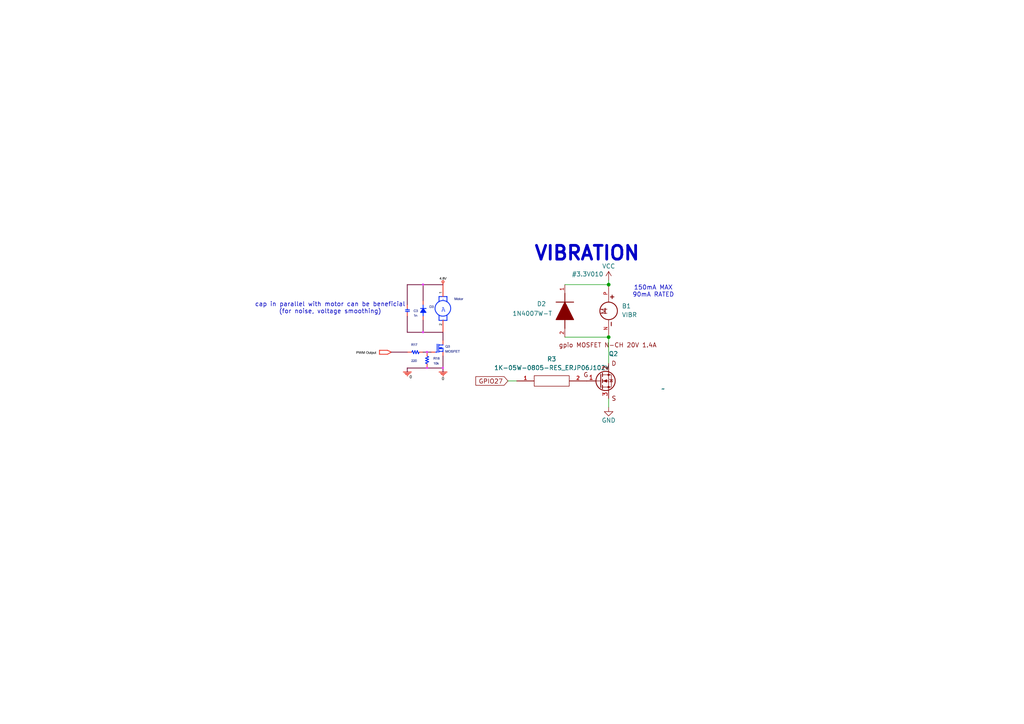
<source format=kicad_sch>
(kicad_sch (version 20250114) (generator "eeschema") (generator_version "9.0")
  (paper "A4")
  (lib_symbols
    (symbol "SPIRIT-components:1K-05W-0805-RES_ERJP06J102V" (pin_names (offset 1.016))
      (property "Reference" "R" (at -7.624 2.541 0))
      (property "Value" "1K-05W-0805-RES_ERJP06J102V" (at -7.624 -5.087 0))
      (symbol "1K-05W-0805-RES_ERJP06J102V_0_0"
        (pin passive line (at -10.16 0 0) (length 5.08) (name "~") (number "1"))
        (pin passive line (at 10.16 0 180) (length 5.08) (name "~") (number "2"))
      )
      (symbol "1K-05W-0805-RES_ERJP06J102V_0_1"
        (rectangle (start -5.08 1.524) (end 5.08 -1.524))
      )
    )
    (symbol "SPIRIT-components:1N4007W-T" (pin_names (offset 1.016))
      (property "Reference" "D" (at 11.43 5.08 0))
      (property "Value" "1N4007W-T" (at 11.43 2.54 0))
      (symbol "1N4007W-T_0_0"
        (polyline (pts (xy 2.54 0) (xy 5.08 0)) (stroke (width 0.254)))
        (polyline (pts (xy 5.08 2.54) (xy 5.08 -2.54)) (stroke (width 0.254)))
        (polyline (pts (xy 5.08 0) (xy 10.16 2.54) (xy 10.16 -2.54) (xy 5.08 0)) (stroke (width 0.254)) (fill (type outline)))
        (polyline (pts (xy 10.16 0) (xy 12.7 0)) (stroke (width 0.254)))
        (pin bidirectional line (at 0 0 0) (length 2.54) (name "~") (number "1"))
        (pin bidirectional line (at 15.24 0 180) (length 2.54) (name "~") (number "2"))
      )
    )
    (symbol "SPIRIT-components:VIBR" (pin_names (offset 1.016))
      (property "Reference" "B" (at 3.81 -2.54 0))
      (property "Value" "VIBR" (at -2.54 3.81 0))
      (symbol "VIBR_0_0"
        (polyline (pts (xy -4.572 1.016) (xy -3.556 1.016)) (stroke (width 0.254)))
        (polyline (pts (xy -4.064 1.524) (xy -4.064 0.508)) (stroke (width 0.254)))
        (polyline (pts (xy -0.762 -1.016) (xy 0.762 -1.016)) (stroke (width 0.254)))
        (circle (center 0 0) (radius 2.54) (stroke (width 0.254)))
        (polyline (pts (xy 3.302 0.762) (xy 4.318 0.762)) (stroke (width 0.254)))
        (text "M" (at -1.016 -0.254 0) (effects (font (size 1.778 1.778)) (justify left bottom)))
        (pin passive line (at -7.62 0 0) (length 5.08) (name "~") (number "P"))
        (pin passive line (at 7.62 0 180) (length 5.08) (name "~") (number "N"))
      )
    )
    (symbol "SPIRIT-components:gpio-driver-transistor-BSS816NWH6327XTSA1" (pin_names (hide yes))
      (property "Reference" "Q" (at -1.27 3.048 0))
      (symbol "gpio-driver-transistor-BSS816NWH6327XTSA1_0_1"
        (polyline (pts (xy -2.286 -1.905) (xy -2.286 -5.715)) (stroke (width 0.254)))
        (polyline (pts (xy -2.286 -3.81) (xy -3.556 -3.81)))
        (polyline (pts (xy -1.778 -1.524) (xy -1.778 -2.54)) (stroke (width 0.254)))
        (polyline (pts (xy -1.778 -3.302) (xy -1.778 -4.318)) (stroke (width 0.254)))
        (polyline (pts (xy -1.778 -5.08) (xy -1.778 -6.096)) (stroke (width 0.254)))
        (polyline (pts (xy -1.778 -5.588) (xy 0.762 -5.588) (xy 0.762 -2.032) (xy -1.778 -2.032)))
        (polyline (pts (xy -1.524 -3.81) (xy -0.508 -3.429) (xy -0.508 -4.191) (xy -1.524 -3.81)) (fill (type outline)))
        (circle (center -0.889 -3.81) (radius 2.794) (stroke (width 0.254)))
        (polyline (pts (xy 0 -1.016) (xy 0 -4.318)))
        (circle (center 0 -2.032) (radius 0.254) (fill (type outline)))
        (circle (center 0 -5.588) (radius 0.254) (fill (type outline)))
        (polyline (pts (xy 0 -6.35) (xy 0 -3.81) (xy -1.778 -3.81)))
        (polyline (pts (xy 0.254 -3.302) (xy 0.381 -3.429) (xy 1.143 -3.429) (xy 1.27 -3.556)))
        (polyline (pts (xy 0.762 -3.429) (xy 0.381 -4.064) (xy 1.143 -4.064) (xy 0.762 -3.429)))
      )
      (symbol "gpio-driver-transistor-BSS816NWH6327XTSA1_1_1"
        (text "G" (at -6.604 -2.032 0) (effects (font (size 1.27 1.27))))
        (text "gpio MOSFET N-CH 20V 1.4A" (at -0.254 6.604 0) (effects (font (size 1.27 1.27))))
        (text "D" (at 1.524 1.27 0) (effects (font (size 1.27 1.27))))
        (text "S" (at 1.524 -8.89 0) (effects (font (size 1.27 1.27))))
        (pin input line (at -6.35 -3.81 0) (length 2.54) (name "G") (number "1"))
        (pin output line (at 0 1.27 270) (length 2.54) (name "D") (number "2"))
        (pin input line (at 0 -8.89 90) (length 2.54) (name "S") (number "3"))
      )
    )
    (symbol "power:GND" (power) (pin_names (offset 0))
      (property "Value" "GND" (at 0 -3.81 0))
      (symbol "GND_0_1"
        (polyline (pts (xy 0 0) (xy 0 -1.27) (xy 1.27 -1.27) (xy 0 -2.54) (xy -1.27 -1.27) (xy 0 -1.27)))
      )
      (symbol "GND_1_1"
        (pin power_in line (at 0 0 270) (length 0) (hide yes) (name "GND") (number "1"))
      )
    )
    (symbol "power:VCC" (power) (pin_names (offset 0))
      (property "Value" "VCC" (at 0 3.81 0))
      (symbol "VCC_0_1"
        (polyline (pts (xy -0.762 1.27) (xy 0 2.54)))
        (polyline (pts (xy 0 2.54) (xy 0.762 1.27)))
        (polyline (pts (xy 0 0) (xy 0 2.54)))
      )
      (symbol "VCC_1_1"
        (pin power_in line (at 0 0 90) (length 0) (hide yes) (name "VCC") (number "1"))
      )
    )
  )
  (text "VIBRATION\n" (at 154.686 75.946 0) (effects (font (size 4 4) (thickness 0.8) (bold yes)) (justify left bottom)))
  (text "150mA MAX\n90mA RATED" (at 189.484 84.582 0) (effects (font (size 1.27 1.27))))
  (text "cap in parallel with motor can be beneficial\n(for noise, voltage smoothing)" (at 95.758 89.408 0) (effects (font (size 1.27 1.27))))
  (junction (at 176.53 97.79))
  (junction (at 176.53 82.55))
  (wire (pts (xy 163.83 97.79) (xy 176.53 97.79)))
  (wire (pts (xy 147.32 110.49) (xy 149.86 110.49)))
  (wire (pts (xy 176.53 105.41) (xy 176.53 97.79)))
  (wire (pts (xy 176.53 115.57) (xy 176.53 118.11)))
  (wire (pts (xy 176.53 81.28) (xy 176.53 82.55)))
  (wire (pts (xy 163.83 82.55) (xy 176.53 82.55)))
  (image (at 118.618 93.726))
  (global_label "GPIO27" (shape input) (at 147.32 110.49 180) (property "Intersheetrefs" "${INTERSHEET_REFS}" (effects (hide yes))))
  (symbol (lib_id "power:GND") (at 176.53 118.11 0) (unit 1)
    (property "Reference" "#PWR03" (effects (hide yes)))
    (property "Value" "GND" (at 176.53 121.92 0))
  )
  (symbol (lib_id "SPIRIT-components:1N4007W-T") (at 163.83 82.55 270) (unit 1)
    (property "Reference" "D2" (at 155.702 88.138 90) (effects (justify left)))
    (property "Value" "1N4007W-T" (at 148.59 90.932 90) (effects (justify left)))
    (property "Footprint" "SPIRIT-footprints:flyback-diode-SODFL3818X130N" (effects (hide yes)))
    (property "Manufacturer_Name" "Rectron" (effects (hide yes)))
    (property "MF" "EIC" (effects (hide yes)))
    (property "Mouser_Price-Stock" "https://www.mouser.co.uk/ProductDetail/Rectron/1N4007W-T?qs=QNEnbhJQKvah3J4JbJr%2FPw%3D%3D" (effects (hide yes)))
    (property "Description_1" "STANDARD SOD123FL T/R 3000" (effects (hide yes)))
    (property "Mouser_Part_Number" "583-1N4007W-T" (effects (hide yes)))
    (property "Price" "None" (effects (hide yes)))
    (property "Package" "DO-214AA-214 EIC" (effects (hide yes)))
    (property "Check_prices" "https://www.snapeda.com/parts/1N4007W/EIC+Semiconductor/view-part/?ref=eda" (effects (hide yes)))
    (property "Height" "1.3mm" (effects (hide yes)))
    (property "SnapEDA_Link" "https://www.snapeda.com/parts/1N4007W/EIC+Semiconductor/view-part/?ref=snap" (effects (hide yes)))
    (property "MP" "1N4007W" (effects (hide yes)))
    (property "Availability" "In Stock" (effects (hide yes)))
    (property "Manufacturer_Part_Number" "1N4007W-T" (effects (hide yes)))
  )
  (symbol (lib_id "SPIRIT-components:1K-05W-0805-RES_ERJP06J102V") (at 160.02 110.49 0) (unit 1)
    (property "Reference" "R3" (at 160.02 104.14 0))
    (property "Value" "1K-05W-0805-RES_ERJP06J102V" (at 160.02 106.68 0))
    (property "Footprint" "SPIRIT-footprints:1K-05W-0805-RES_ERJP06J102V" (effects (hide yes)))
    (property "PARTREV" "3/1/2020" (effects (hide yes)))
    (property "STANDARD" "Manufacturer Recommendations" (effects (hide yes)))
    (property "MAXIMUM_PACKAGE_HEIGHT" "0.6 mm" (effects (hide yes)))
    (property "MANUFACTURER" "Panasonic" (effects (hide yes)))
  )
  (symbol (lib_id "power:VCC") (at 176.53 81.28 0) (unit 1)
    (property "Reference" "#3.3V010" (at 170.434 79.502 0))
    (property "Value" "VCC" (at 176.53 77.216 0))
  )
  (symbol (lib_id "SPIRIT-components:VIBR") (at 176.53 90.17 270) (unit 1)
    (property "Reference" "B1" (at 180.34 88.7729 90) (effects (justify left)))
    (property "Value" "VIBR" (at 180.34 91.3129 90) (effects (justify left)))
    (property "Footprint" "SPIRIT-footprints:VIBRATION-PUI_HD-EMB1205-3-SC-R" (effects (hide yes)))
    (property "Datasheet" "https://puiaudio.com/file/specs-HD-EMB1205-3-SC-R.pdf" (effects (hide yes)))
    (property "PARTREV" "B" (effects (hide yes)))
    (property "STANDARD" "Manufacturer Recommendations" (effects (hide yes)))
    (property "MAXIMUM_PACKAGE_HEIGHT" "5.1mm" (effects (hide yes)))
    (property "MANUFACTURER" "PUI Audio" (effects (hide yes)))
  )
  (symbol (lib_id "SPIRIT-components:gpio-driver-transistor-BSS816NWH6327XTSA1") (at 176.53 106.68 0) (unit 1)
    (property "Reference" "Q2" (at 176.53 102.616 0) (effects (justify left)))
    (property "Value" "~" (at 191.77 112.7732 0) (effects (justify left)))
    (property "Footprint" "SPIRIT-footprints:gpio-driver-transistor-fix-SOT65P210X110-3N" (effects (hide yes)))
  )
)
</source>
